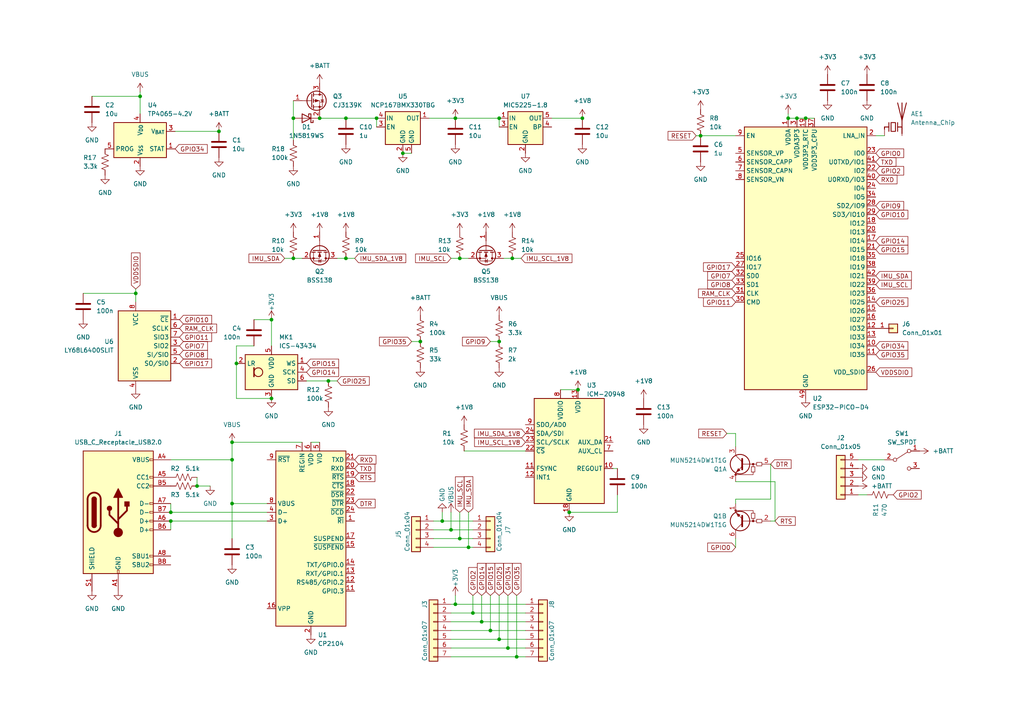
<source format=kicad_sch>
(kicad_sch (version 20230121) (generator eeschema)
  (paper "A4")
  (junction (at 63.5 38.1))
  (junction (at 67.31 128.27))
  (junction (at 167.64 113.03))
  (junction (at 165.1 148.59))
  (junction (at 144.78 99.06))
  (junction (at 100.33 74.93))
  (junction (at 148.59 74.93))
  (junction (at 132.08 175.26))
  (junction (at 92.71 34.29))
  (junction (at 147.32 187.96))
  (junction (at 67.31 146.05))
  (junction (at 109.22 34.29))
  (junction (at 40.64 27.94))
  (junction (at 128.27 151.13))
  (junction (at 144.78 34.29))
  (junction (at 168.91 34.29))
  (junction (at 231.14 34.29))
  (junction (at 78.74 92.71))
  (junction (at 203.2 39.37))
  (junction (at 130.81 153.67))
  (junction (at 49.53 148.59))
  (junction (at 139.7 180.34))
  (junction (at 132.08 34.29))
  (junction (at 78.74 115.57))
  (junction (at 135.89 158.75))
  (junction (at 49.53 151.13))
  (junction (at 39.37 85.09))
  (junction (at 133.35 74.93))
  (junction (at 116.84 44.45))
  (junction (at 144.78 185.42))
  (junction (at 67.31 133.35))
  (junction (at 233.68 34.29))
  (junction (at 95.25 110.49))
  (junction (at 228.6 34.29))
  (junction (at 137.16 177.8))
  (junction (at 100.33 34.29))
  (junction (at 85.09 74.93))
  (junction (at 149.86 190.5))
  (junction (at 142.24 182.88))
  (junction (at 85.09 34.29))
  (junction (at 68.58 105.41))
  (junction (at 121.92 99.06))
  (junction (at 57.15 140.97))
  (junction (at 133.35 156.21))
  (wire (pts (xy 130.81 190.5) (xy 149.86 190.5)))
  (wire (pts (xy 147.32 187.96) (xy 152.4 187.96)))
  (wire (pts (xy 85.09 74.93) (xy 87.63 74.93)))
  (wire (pts (xy 144.78 172.72) (xy 144.78 185.42)))
  (wire (pts (xy 130.81 185.42) (xy 144.78 185.42)))
  (wire (pts (xy 130.81 74.93) (xy 133.35 74.93)))
  (wire (pts (xy 68.58 105.41) (xy 68.58 115.57)))
  (wire (pts (xy 228.6 33.02) (xy 228.6 34.29)))
  (wire (pts (xy 82.55 74.93) (xy 85.09 74.93)))
  (wire (pts (xy 223.52 144.78) (xy 223.52 134.62)))
  (wire (pts (xy 97.79 74.93) (xy 100.33 74.93)))
  (wire (pts (xy 130.81 182.88) (xy 142.24 182.88)))
  (wire (pts (xy 49.53 133.35) (xy 67.31 133.35)))
  (wire (pts (xy 179.07 135.89) (xy 177.8 135.89)))
  (wire (pts (xy 68.58 115.57) (xy 78.74 115.57)))
  (wire (pts (xy 85.09 29.21) (xy 85.09 34.29)))
  (wire (pts (xy 124.46 34.29) (xy 132.08 34.29)))
  (wire (pts (xy 130.81 177.8) (xy 137.16 177.8)))
  (wire (pts (xy 144.78 34.29) (xy 144.78 36.83)))
  (wire (pts (xy 49.53 151.13) (xy 77.47 151.13)))
  (wire (pts (xy 49.53 148.59) (xy 77.47 148.59)))
  (wire (pts (xy 128.27 151.13) (xy 125.73 151.13)))
  (wire (pts (xy 134.62 130.81) (xy 152.4 130.81)))
  (wire (pts (xy 130.81 175.26) (xy 132.08 175.26)))
  (wire (pts (xy 213.36 125.73) (xy 213.36 129.54)))
  (wire (pts (xy 133.35 156.21) (xy 125.73 156.21)))
  (wire (pts (xy 132.08 172.72) (xy 132.08 175.26)))
  (wire (pts (xy 130.81 153.67) (xy 125.73 153.67)))
  (wire (pts (xy 73.66 92.71) (xy 78.74 92.71)))
  (wire (pts (xy 203.2 39.37) (xy 213.36 39.37)))
  (wire (pts (xy 97.79 110.49) (xy 95.25 110.49)))
  (wire (pts (xy 49.53 151.13) (xy 49.53 153.67)))
  (wire (pts (xy 201.93 39.37) (xy 203.2 39.37)))
  (wire (pts (xy 137.16 172.72) (xy 137.16 177.8)))
  (wire (pts (xy 256.54 39.37) (xy 254 39.37)))
  (wire (pts (xy 67.31 133.35) (xy 67.31 146.05)))
  (wire (pts (xy 39.37 83.82) (xy 39.37 85.09)))
  (wire (pts (xy 116.84 44.45) (xy 119.38 44.45)))
  (wire (pts (xy 92.71 34.29) (xy 100.33 34.29)))
  (wire (pts (xy 228.6 34.29) (xy 231.14 34.29)))
  (wire (pts (xy 40.64 27.94) (xy 40.64 33.02)))
  (wire (pts (xy 144.78 185.42) (xy 152.4 185.42)))
  (wire (pts (xy 40.64 26.67) (xy 40.64 27.94)))
  (wire (pts (xy 67.31 146.05) (xy 77.47 146.05)))
  (wire (pts (xy 87.63 128.27) (xy 67.31 128.27)))
  (wire (pts (xy 137.16 156.21) (xy 133.35 156.21)))
  (wire (pts (xy 100.33 34.29) (xy 109.22 34.29)))
  (wire (pts (xy 49.53 146.05) (xy 49.53 148.59)))
  (wire (pts (xy 130.81 187.96) (xy 147.32 187.96)))
  (wire (pts (xy 224.79 151.13) (xy 223.52 151.13)))
  (wire (pts (xy 85.09 34.29) (xy 85.09 40.64)))
  (wire (pts (xy 139.7 172.72) (xy 139.7 180.34)))
  (wire (pts (xy 231.14 34.29) (xy 233.68 34.29)))
  (wire (pts (xy 133.35 148.59) (xy 133.35 156.21)))
  (wire (pts (xy 132.08 34.29) (xy 144.78 34.29)))
  (wire (pts (xy 149.86 172.72) (xy 149.86 190.5)))
  (wire (pts (xy 90.17 128.27) (xy 92.71 128.27)))
  (wire (pts (xy 210.82 125.73) (xy 213.36 125.73)))
  (wire (pts (xy 119.38 99.06) (xy 121.92 99.06)))
  (wire (pts (xy 148.59 74.93) (xy 151.13 74.93)))
  (wire (pts (xy 162.56 113.03) (xy 167.64 113.03)))
  (wire (pts (xy 251.46 143.51) (xy 248.92 143.51)))
  (wire (pts (xy 133.35 74.93) (xy 135.89 74.93)))
  (wire (pts (xy 26.67 27.94) (xy 40.64 27.94)))
  (wire (pts (xy 165.1 148.59) (xy 179.07 148.59)))
  (wire (pts (xy 213.36 158.75) (xy 213.36 156.21)))
  (wire (pts (xy 213.36 146.05) (xy 213.36 144.78)))
  (wire (pts (xy 146.05 74.93) (xy 148.59 74.93)))
  (wire (pts (xy 135.89 148.59) (xy 135.89 158.75)))
  (wire (pts (xy 142.24 182.88) (xy 152.4 182.88)))
  (wire (pts (xy 160.02 34.29) (xy 168.91 34.29)))
  (wire (pts (xy 67.31 128.27) (xy 67.31 133.35)))
  (wire (pts (xy 224.79 139.7) (xy 224.79 151.13)))
  (wire (pts (xy 57.15 138.43) (xy 57.15 140.97)))
  (wire (pts (xy 149.86 190.5) (xy 152.4 190.5)))
  (wire (pts (xy 128.27 148.59) (xy 128.27 151.13)))
  (wire (pts (xy 135.89 158.75) (xy 137.16 158.75)))
  (wire (pts (xy 24.13 85.09) (xy 39.37 85.09)))
  (wire (pts (xy 130.81 180.34) (xy 139.7 180.34)))
  (wire (pts (xy 125.73 158.75) (xy 135.89 158.75)))
  (wire (pts (xy 213.36 144.78) (xy 223.52 144.78)))
  (wire (pts (xy 68.58 100.33) (xy 68.58 105.41)))
  (wire (pts (xy 57.15 140.97) (xy 60.96 140.97)))
  (wire (pts (xy 73.66 100.33) (xy 68.58 100.33)))
  (wire (pts (xy 130.81 148.59) (xy 130.81 153.67)))
  (wire (pts (xy 213.36 139.7) (xy 224.79 139.7)))
  (wire (pts (xy 63.5 38.1) (xy 50.8 38.1)))
  (wire (pts (xy 142.24 99.06) (xy 144.78 99.06)))
  (wire (pts (xy 142.24 172.72) (xy 142.24 182.88)))
  (wire (pts (xy 132.08 175.26) (xy 152.4 175.26)))
  (wire (pts (xy 147.32 172.72) (xy 147.32 187.96)))
  (wire (pts (xy 137.16 151.13) (xy 128.27 151.13)))
  (wire (pts (xy 67.31 146.05) (xy 67.31 156.21)))
  (wire (pts (xy 233.68 34.29) (xy 236.22 34.29)))
  (wire (pts (xy 256.54 133.35) (xy 248.92 133.35)))
  (wire (pts (xy 95.25 110.49) (xy 88.9 110.49)))
  (wire (pts (xy 78.74 92.71) (xy 78.74 100.33)))
  (wire (pts (xy 137.16 153.67) (xy 130.81 153.67)))
  (wire (pts (xy 109.22 34.29) (xy 109.22 36.83)))
  (wire (pts (xy 102.87 74.93) (xy 100.33 74.93)))
  (wire (pts (xy 179.07 143.51) (xy 179.07 148.59)))
  (wire (pts (xy 137.16 177.8) (xy 152.4 177.8)))
  (wire (pts (xy 139.7 180.34) (xy 152.4 180.34)))
  (wire (pts (xy 39.37 85.09) (xy 39.37 87.63)))
  (global_label "GPIO0" (shape input) (at 213.36 158.75 180) (property "Intersheetrefs" "${INTERSHEET_REFS}" (effects hide)))
  (global_label "RESET" (shape input) (at 201.93 39.37 180) (property "Intersheetrefs" "${INTERSHEET_REFS}" (effects hide)))
  (global_label "IMU_SCL" (shape input) (at 254 82.55 0) (property "Intersheetrefs" "${INTERSHEET_REFS}" (effects hide)))
  (global_label "TXD" (shape input) (at 254 46.99 0) (property "Intersheetrefs" "${INTERSHEET_REFS}" (effects hide)))
  (global_label "GPIO14" (shape input) (at 139.7 172.72 90) (property "Intersheetrefs" "${INTERSHEET_REFS}" (effects hide)))
  (global_label "GPIO17" (shape input) (at 213.36 77.47 180) (property "Intersheetrefs" "${INTERSHEET_REFS}" (effects hide)))
  (global_label "IMU_SCL_1V8" (shape input) (at 152.4 128.27 180) (property "Intersheetrefs" "${INTERSHEET_REFS}" (effects hide)))
  (global_label "GPIO14" (shape input) (at 88.9 107.95 0) (property "Intersheetrefs" "${INTERSHEET_REFS}" (effects hide)))
  (global_label "GPIO7" (shape input) (at 213.36 80.01 180) (property "Intersheetrefs" "${INTERSHEET_REFS}" (effects hide)))
  (global_label "GPIO25" (shape input) (at 97.79 110.49 0) (property "Intersheetrefs" "${INTERSHEET_REFS}" (effects hide)))
  (global_label "IMU_SDA" (shape input) (at 135.89 148.59 90) (property "Intersheetrefs" "${INTERSHEET_REFS}" (effects hide)))
  (global_label "RXD" (shape input) (at 102.87 133.35 0) (property "Intersheetrefs" "${INTERSHEET_REFS}" (effects hide)))
  (global_label "GPIO2" (shape input) (at 259.08 143.51 0) (property "Intersheetrefs" "${INTERSHEET_REFS}" (effects hide)))
  (global_label "GPIO35" (shape input) (at 149.86 172.72 90) (property "Intersheetrefs" "${INTERSHEET_REFS}" (effects hide)))
  (global_label "GPIO34" (shape input) (at 147.32 172.72 90) (property "Intersheetrefs" "${INTERSHEET_REFS}" (effects hide)))
  (global_label "GPIO15" (shape input) (at 254 72.39 0) (property "Intersheetrefs" "${INTERSHEET_REFS}" (effects hide)))
  (global_label "IMU_SDA_1V8" (shape input) (at 102.87 74.93 0) (property "Intersheetrefs" "${INTERSHEET_REFS}" (effects hide)))
  (global_label "GPIO15" (shape input) (at 142.24 172.72 90) (property "Intersheetrefs" "${INTERSHEET_REFS}" (effects hide)))
  (global_label "RTS" (shape input) (at 102.87 138.43 0) (property "Intersheetrefs" "${INTERSHEET_REFS}" (effects hide)))
  (global_label "GPIO8" (shape input) (at 52.07 102.87 0) (property "Intersheetrefs" "${INTERSHEET_REFS}" (effects hide)))
  (global_label "GPIO17" (shape input) (at 52.07 105.41 0) (property "Intersheetrefs" "${INTERSHEET_REFS}" (effects hide)))
  (global_label "GPIO15" (shape input) (at 88.9 105.41 0) (property "Intersheetrefs" "${INTERSHEET_REFS}" (effects hide)))
  (global_label "GPIO2" (shape input) (at 137.16 172.72 90) (property "Intersheetrefs" "${INTERSHEET_REFS}" (effects hide)))
  (global_label "RAM_CLK" (shape input) (at 213.36 85.09 180) (property "Intersheetrefs" "${INTERSHEET_REFS}" (effects hide)))
  (global_label "IMU_SDA" (shape input) (at 82.55 74.93 180) (property "Intersheetrefs" "${INTERSHEET_REFS}" (effects hide)))
  (global_label "GPIO10" (shape input) (at 52.07 92.71 0) (property "Intersheetrefs" "${INTERSHEET_REFS}" (effects hide)))
  (global_label "VDDSDIO" (shape input) (at 254 107.95 0) (property "Intersheetrefs" "${INTERSHEET_REFS}" (effects hide)))
  (global_label "GPIO25" (shape input) (at 144.78 172.72 90) (property "Intersheetrefs" "${INTERSHEET_REFS}" (effects hide)))
  (global_label "RESET" (shape input) (at 210.82 125.73 180) (property "Intersheetrefs" "${INTERSHEET_REFS}" (effects hide)))
  (global_label "GPIO8" (shape input) (at 213.36 82.55 180) (property "Intersheetrefs" "${INTERSHEET_REFS}" (effects hide)))
  (global_label "GPIO0" (shape input) (at 254 44.45 0) (property "Intersheetrefs" "${INTERSHEET_REFS}" (effects hide)))
  (global_label "GPIO11" (shape input) (at 213.36 87.63 180) (property "Intersheetrefs" "${INTERSHEET_REFS}" (effects hide)))
  (global_label "GPIO9" (shape input) (at 254 59.69 0) (property "Intersheetrefs" "${INTERSHEET_REFS}" (effects hide)))
  (global_label "IMU_SDA_1V8" (shape input) (at 152.4 125.73 180) (property "Intersheetrefs" "${INTERSHEET_REFS}" (effects hide)))
  (global_label "GPIO35" (shape input) (at 254 102.87 0) (property "Intersheetrefs" "${INTERSHEET_REFS}" (effects hide)))
  (global_label "IMU_SCL" (shape input) (at 133.35 148.59 90) (property "Intersheetrefs" "${INTERSHEET_REFS}" (effects hide)))
  (global_label "GPIO34" (shape input) (at 254 100.33 0) (property "Intersheetrefs" "${INTERSHEET_REFS}" (effects hide)))
  (global_label "IMU_SDA" (shape input) (at 254 80.01 0) (property "Intersheetrefs" "${INTERSHEET_REFS}" (effects hide)))
  (global_label "IMU_SCL_1V8" (shape input) (at 151.13 74.93 0) (property "Intersheetrefs" "${INTERSHEET_REFS}" (effects hide)))
  (global_label "IMU_SCL" (shape input) (at 130.81 74.93 180) (property "Intersheetrefs" "${INTERSHEET_REFS}" (effects hide)))
  (global_label "GPIO10" (shape input) (at 254 62.23 0) (property "Intersheetrefs" "${INTERSHEET_REFS}" (effects hide)))
  (global_label "GPIO35" (shape input) (at 119.38 99.06 180) (property "Intersheetrefs" "${INTERSHEET_REFS}" (effects hide)))
  (global_label "DTR" (shape input) (at 223.52 134.62 0) (property "Intersheetrefs" "${INTERSHEET_REFS}" (effects hide)))
  (global_label "RXD" (shape input) (at 254 52.07 0) (property "Intersheetrefs" "${INTERSHEET_REFS}" (effects hide)))
  (global_label "DTR" (shape input) (at 102.87 146.05 0) (property "Intersheetrefs" "${INTERSHEET_REFS}" (effects hide)))
  (global_label "TXD" (shape input) (at 102.87 135.89 0) (property "Intersheetrefs" "${INTERSHEET_REFS}" (effects hide)))
  (global_label "GPIO25" (shape input) (at 254 87.63 0) (property "Intersheetrefs" "${INTERSHEET_REFS}" (effects hide)))
  (global_label "RAM_CLK" (shape input) (at 52.07 95.25 0) (property "Intersheetrefs" "${INTERSHEET_REFS}" (effects hide)))
  (global_label "GPIO2" (shape input) (at 254 49.53 0) (property "Intersheetrefs" "${INTERSHEET_REFS}" (effects hide)))
  (global_label "GPIO34" (shape input) (at 50.8 43.18 0) (property "Intersheetrefs" "${INTERSHEET_REFS}" (effects hide)))
  (global_label "GPIO7" (shape input) (at 52.07 100.33 0) (property "Intersheetrefs" "${INTERSHEET_REFS}" (effects hide)))
  (global_label "VDDSDIO" (shape input) (at 39.37 83.82 90) (property "Intersheetrefs" "${INTERSHEET_REFS}" (effects hide)))
  (global_label "GPIO14" (shape input) (at 254 69.85 0) (property "Intersheetrefs" "${INTERSHEET_REFS}" (effects hide)))
  (global_label "GPIO9" (shape input) (at 142.24 99.06 180) (property "Intersheetrefs" "${INTERSHEET_REFS}" (effects hide)))
  (global_label "RTS" (shape input) (at 224.79 151.13 0) (property "Intersheetrefs" "${INTERSHEET_REFS}" (effects hide)))
  (global_label "GPIO11" (shape input) (at 52.07 97.79 0) (property "Intersheetrefs" "${INTERSHEET_REFS}" (effects hide)))
  (symbol (lib_id "Device:R_US") (at 121.92 102.87 0) (unit 1)
    (property "Reference" "R5" (at 124.46 101.6 0) (effects (justify left)))
    (property "Value" "33k" (at 124.46 104.14 0) (effects (justify left)))
    (property "Footprint" "Resistor_SMD:R_0402_1005Metric" (effects hide))
  )
  (symbol (lib_id "RF_Module:ESP32-PICO-D4") (at 233.68 74.93 0) (unit 1)
    (property "Reference" "U2" (at 235.6994 115.57 0) (effects (justify left)))
    (property "Value" "ESP32-PICO-D4" (at 235.6994 118.11 0) (effects (justify left)))
    (property "Footprint" "Package_DFN_QFN:QFN-48-1EP_7x7mm_P0.5mm_EP5.3x5.3mm" (effects hide))
    (property "Datasheet" "https://www.espressif.com/sites/default/files/documentation/esp32-pico-d4_datasheet_en.pdf" (effects hide))
  )
  (symbol (lib_id "power:+1V8") (at 140.97 67.31 0) (unit 1)
    (property "Reference" "#PWR025" (effects hide))
    (property "Value" "+1V8" (at 140.97 62.23 0))
  )
  (symbol (lib_id "power:+BATT") (at 121.92 91.44 0) (unit 1)
    (property "Reference" "#PWR014" (effects hide))
    (property "Value" "+BATT" (at 121.92 86.36 0))
  )
  (symbol (lib_id "Device:R_US") (at 203.2 35.56 0) (unit 1)
    (property "Reference" "R8" (at 205.74 34.29 0) (effects (justify left)))
    (property "Value" "10k" (at 205.74 36.83 0) (effects (justify left)))
    (property "Footprint" "Resistor_SMD:R_0402_1005Metric" (effects hide))
  )
  (symbol (lib_id "Device:C") (at 26.67 31.75 0) (unit 1)
    (property "Reference" "C2" (at 30.48 30.48 0) (effects (justify left)))
    (property "Value" "10u" (at 30.48 33.02 0) (effects (justify left)))
    (property "Footprint" "Capacitor_SMD:C_0402_1005Metric" (effects hide))
  )
  (symbol (lib_id "power:GND") (at 233.68 115.57 0) (unit 1)
    (property "Reference" "#PWR031" (effects hide))
    (property "Value" "GND" (at 233.68 120.65 0))
  )
  (symbol (lib_id "power:+BATT") (at 63.5 38.1 0) (unit 1)
    (property "Reference" "#PWR04" (effects hide))
    (property "Value" "+BATT" (at 63.5 33.02 0))
  )
  (symbol (lib_id "power:+3V3") (at 78.74 92.71 0) (unit 1)
    (property "Reference" "#PWR029" (effects hide))
    (property "Value" "+3V3" (at 78.74 87.63 90))
  )
  (symbol (lib_id "Transistor_FET:BSS138") (at 140.97 72.39 270) (unit 1)
    (property "Reference" "Q5" (at 140.97 78.74 90))
    (property "Value" "BSS138" (at 140.97 81.28 90))
    (property "Footprint" "Package_TO_SOT_SMD:SOT-23" (effects hide))
    (property "Datasheet" "https://www.onsemi.com/pub/Collateral/BSS138-D.PDF" (effects hide))
  )
  (symbol (lib_id "power:+3V3") (at 132.08 172.72 0) (unit 1)
    (property "Reference" "#PWR057" (effects hide))
    (property "Value" "+3V3" (at 132.08 167.64 90))
  )
  (symbol (lib_id "power:GND") (at 39.37 113.03 0) (unit 1)
    (property "Reference" "#PWR017" (effects hide))
    (property "Value" "GND" (at 39.37 118.11 0))
  )
  (symbol (lib_id "Connector:USB_C_Receptacle_USB2.0") (at 34.29 148.59 0) (unit 1)
    (property "Reference" "J1" (at 34.29 125.73 0))
    (property "Value" "USB_C_Receptacle_USB2.0" (at 34.29 128.27 0))
    (property "Footprint" "Connector_USB:USB_C_Receptacle_Palconn_UTC16-G" (effects hide))
    (property "Datasheet" "https://www.usb.org/sites/default/files/documents/usb_type-c.zip" (effects hide))
  )
  (symbol (lib_id "power:GND") (at 240.03 29.21 0) (unit 1)
    (property "Reference" "#PWR036" (effects hide))
    (property "Value" "GND" (at 240.03 34.29 0))
  )
  (symbol (lib_id "Transistor_FET:BSS138") (at 92.71 72.39 270) (unit 1)
    (property "Reference" "Q2" (at 92.71 78.74 90))
    (property "Value" "BSS138" (at 92.71 81.28 90))
    (property "Footprint" "Package_TO_SOT_SMD:SOT-23" (effects hide))
    (property "Datasheet" "https://www.onsemi.com/pub/Collateral/BSS138-D.PDF" (effects hide))
  )
  (symbol (lib_id "power:+1V8") (at 134.62 123.19 0) (unit 1)
    (property "Reference" "#PWR040" (effects hide))
    (property "Value" "+1V8" (at 134.62 118.11 0))
  )
  (symbol (lib_id "power:GND") (at 67.31 163.83 0) (unit 1)
    (property "Reference" "#PWR01" (effects hide))
    (property "Value" "GND" (at 67.31 168.91 0))
  )
  (symbol (lib_id "power:GND") (at 85.09 48.26 0) (unit 1)
    (property "Reference" "#PWR048" (effects hide))
    (property "Value" "GND" (at 85.09 53.34 0))
  )
  (symbol (lib_id "power:+BATT") (at 266.7 130.81 270) (unit 1)
    (property "Reference" "#PWR027" (effects hide))
    (property "Value" "+BATT" (at 270.51 130.81 90) (effects (justify left)))
  )
  (symbol (lib_id "power:+3V3") (at 251.46 21.59 0) (unit 1)
    (property "Reference" "#PWR035" (effects hide))
    (property "Value" "+3V3" (at 251.46 16.51 0))
  )
  (symbol (lib_id "Sensor_Audio:ICS-43434") (at 78.74 107.95 0) (unit 1)
    (property "Reference" "MK1" (at 80.9341 97.79 0) (effects (justify left)))
    (property "Value" "ICS-43434" (at 80.9341 100.33 0) (effects (justify left)))
    (property "Footprint" "Sensor_Audio:InvenSense_ICS-43434-6_3.5x2.65mm" (effects hide))
    (property "Datasheet" "https://www.invensense.com/wp-content/uploads/2016/02/DS-000069-ICS-43434-v1.2.pdf" (effects hide))
  )
  (symbol (lib_id "power:GND") (at 203.2 46.99 0) (unit 1)
    (property "Reference" "#PWR033" (effects hide))
    (property "Value" "GND" (at 203.2 52.07 0))
  )
  (symbol (lib_id "Transistor_FET:AO3401A") (at 90.17 29.21 0) (unit 1)
    (property "Reference" "Q3" (at 96.52 27.94 0) (effects (justify left)))
    (property "Value" "CJ3139K" (at 96.52 30.48 0) (effects (justify left)))
    (property "Footprint" "Package_TO_SOT_SMD:SOT-723" (effects hide))
    (property "Datasheet" "http://www.aosmd.com/pdfs/datasheet/AO3401A.pdf" (effects hide))
  )
  (symbol (lib_id "Device:R_US") (at 134.62 127 0) (unit 1)
    (property "Reference" "R1" (at 128.27 125.73 0) (effects (justify left)))
    (property "Value" "10k" (at 128.27 128.27 0) (effects (justify left)))
    (property "Footprint" "Resistor_SMD:R_0402_1005Metric" (effects hide))
  )
  (symbol (lib_id "Connector_Generic:Conn_01x07") (at 157.48 182.88 0) (unit 1)
    (property "Reference" "J8" (at 160.02 176.53 90) (effects (justify left)))
    (property "Value" "Conn_01x07" (at 160.02 191.77 90) (effects (justify left)))
    (property "Footprint" "Connector_PinHeader_2.54mm:PinHeader_1x07_P2.54mm_Vertical" (effects hide))
  )
  (symbol (lib_id "Transistor_BJT:MUN5211DW1") (at 214.63 134.62 0) (mirror y) (unit 1)
    (property "Reference" "Q1" (at 210.82 136.0678 0) (effects (justify left)))
    (property "Value" "MUN5214DW1T1G" (at 210.82 133.5278 0) (effects (justify left)))
    (property "Footprint" "Package_TO_SOT_SMD:SOT-363_SC-70-6" (effects hide))
    (property "Datasheet" "http://www.onsemi.com/pub/Collateral/DTC114ED-D.PDF" (effects hide))
  )
  (symbol (lib_id "power:GND") (at 34.29 171.45 0) (unit 1)
    (property "Reference" "#PWR06" (effects hide))
    (property "Value" "GND" (at 34.29 176.53 0))
  )
  (symbol (lib_id "power:GND") (at 63.5 45.72 0) (unit 1)
    (property "Reference" "#PWR044" (effects hide))
    (property "Value" "GND" (at 63.5 50.8 0))
  )
  (symbol (lib_id "Device:R_US") (at 85.09 44.45 180) (unit 1)
    (property "Reference" "R18" (at 78.74 43.18 0) (effects (justify right)))
    (property "Value" "100k" (at 78.74 45.72 0) (effects (justify right)))
    (property "Footprint" "Resistor_SMD:R_0402_1005Metric" (effects hide))
  )
  (symbol (lib_id "power:GND") (at 90.17 184.15 0) (unit 1)
    (property "Reference" "#PWR09" (effects hide))
    (property "Value" "GND" (at 90.17 189.23 0))
  )
  (symbol (lib_id "power:GND") (at 116.84 44.45 0) (unit 1)
    (property "Reference" "#PWR042" (effects hide))
    (property "Value" "GND" (at 116.84 49.53 0))
  )
  (symbol (lib_id "power:VBUS") (at 67.31 128.27 0) (unit 1)
    (property "Reference" "#PWR05" (effects hide))
    (property "Value" "VBUS" (at 67.31 123.19 0))
  )
  (symbol (lib_id "Connector_Generic:Conn_01x05") (at 243.84 138.43 180) (unit 1)
    (property "Reference" "J2" (at 243.84 127 0))
    (property "Value" "Conn_01x05" (at 243.84 129.54 0))
    (property "Footprint" "Connector_PinHeader_2.54mm:PinHeader_1x05_P2.54mm_Vertical" (effects hide))
  )
  (symbol (lib_id "Device:C") (at 67.31 160.02 0) (unit 1)
    (property "Reference" "C3" (at 71.12 158.75 0) (effects (justify left)))
    (property "Value" "100n" (at 71.12 161.29 0) (effects (justify left)))
    (property "Footprint" "Capacitor_SMD:C_0402_1005Metric" (effects hide))
  )
  (symbol (lib_id "power:VBUS") (at 144.78 91.44 0) (unit 1)
    (property "Reference" "#PWR013" (effects hide))
    (property "Value" "VBUS" (at 144.78 86.36 0))
  )
  (symbol (lib_id "power:GND") (at 251.46 29.21 0) (unit 1)
    (property "Reference" "#PWR037" (effects hide))
    (property "Value" "GND" (at 251.46 34.29 0))
  )
  (symbol (lib_id "power:+BATT") (at 248.92 140.97 270) (unit 1)
    (property "Reference" "#PWR022" (effects hide))
    (property "Value" "+BATT" (at 252.73 140.97 90) (effects (justify left)))
  )
  (symbol (lib_id "Diode:1N5819WS") (at 88.9 34.29 180) (unit 1)
    (property "Reference" "D1" (at 88.9 36.83 0))
    (property "Value" "1N5819WS" (at 88.9 39.37 0))
    (property "Footprint" "Diode_SMD:D_SOD-323" (effects hide))
    (property "Datasheet" "https://datasheet.lcsc.com/lcsc/2204281430_Guangdong-Hottech-1N5819WS_C191023.pdf" (effects hide))
  )
  (symbol (lib_id "Battery_Management:MCP73831-2-OT") (at 40.64 40.64 0) (unit 1)
    (property "Reference" "U4" (at 42.8341 30.48 0) (effects (justify left)))
    (property "Value" "TP4065-4.2V" (at 42.8341 33.02 0) (effects (justify left)))
    (property "Footprint" "Package_TO_SOT_SMD:SOT-23-5" (effects hide))
    (property "Datasheet" "http://ww1.microchip.com/downloads/en/DeviceDoc/20001984g.pdf" (effects hide))
  )
  (symbol (lib_id "Device:R_US") (at 133.35 71.12 0) (unit 1)
    (property "Reference" "R13" (at 127 69.85 0) (effects (justify left)))
    (property "Value" "10k" (at 127 72.39 0) (effects (justify left)))
    (property "Footprint" "Resistor_SMD:R_0402_1005Metric" (effects hide))
  )
  (symbol (lib_id "power:GND") (at 60.96 140.97 0) (unit 1)
    (property "Reference" "#PWR08" (effects hide))
    (property "Value" "GND" (at 60.96 146.05 0))
  )
  (symbol (lib_id "Device:R_US") (at 85.09 71.12 0) (unit 1)
    (property "Reference" "R10" (at 78.74 69.85 0) (effects (justify left)))
    (property "Value" "10k" (at 78.74 72.39 0) (effects (justify left)))
    (property "Footprint" "Resistor_SMD:R_0402_1005Metric" (effects hide))
  )
  (symbol (lib_id "Device:C") (at 186.69 119.38 0) (unit 1)
    (property "Reference" "C13" (at 190.5 118.11 0) (effects (justify left)))
    (property "Value" "100n" (at 190.5 120.65 0) (effects (justify left)))
    (property "Footprint" "Capacitor_SMD:C_0402_1005Metric" (effects hide))
  )
  (symbol (lib_id "power:+BATT") (at 92.71 24.13 0) (unit 1)
    (property "Reference" "#PWR049" (effects hide))
    (property "Value" "+BATT" (at 92.71 19.05 0))
  )
  (symbol (lib_id "Device:C") (at 251.46 25.4 0) (unit 1)
    (property "Reference" "C8" (at 255.27 24.13 0) (effects (justify left)))
    (property "Value" "100n" (at 255.27 26.67 0) (effects (justify left)))
    (property "Footprint" "Capacitor_SMD:C_0402_1005Metric" (effects hide))
  )
  (symbol (lib_id "Connector_Generic:Conn_01x04") (at 120.65 153.67 0) (mirror y) (unit 1)
    (property "Reference" "J5" (at 115.57 156.21 90) (effects (justify left)))
    (property "Value" "Conn_01x04" (at 118.11 160.02 90) (effects (justify left)))
    (property "Footprint" "Connector_PinHeader_2.54mm:PinHeader_1x04_P2.54mm_Vertical" (effects hide))
  )
  (symbol (lib_id "power:+3V3") (at 203.2 31.75 0) (unit 1)
    (property "Reference" "#PWR015" (effects hide))
    (property "Value" "+3V3" (at 203.2 26.67 0))
  )
  (symbol (lib_id "Device:R_US") (at 148.59 71.12 0) (unit 1)
    (property "Reference" "R14" (at 151.13 69.85 0) (effects (justify left)))
    (property "Value" "10k" (at 151.13 72.39 0) (effects (justify left)))
    (property "Footprint" "Resistor_SMD:R_0402_1005Metric" (effects hide))
  )
  (symbol (lib_id "Device:C") (at 240.03 25.4 0) (unit 1)
    (property "Reference" "C7" (at 243.84 24.13 0) (effects (justify left)))
    (property "Value" "100n" (at 243.84 26.67 0) (effects (justify left)))
    (property "Footprint" "Capacitor_SMD:C_0402_1005Metric" (effects hide))
  )
  (symbol (lib_id "power:+1V8") (at 167.64 113.03 0) (unit 1)
    (property "Reference" "#PWR038" (effects hide))
    (property "Value" "+1V8" (at 167.64 107.95 0))
  )
  (symbol (lib_id "Connector_Generic:Conn_01x07") (at 125.73 182.88 0) (mirror y) (unit 1)
    (property "Reference" "J3" (at 123.19 176.53 90) (effects (justify left)))
    (property "Value" "Conn_01x07" (at 123.19 191.77 90) (effects (justify left)))
    (property "Footprint" "Connector_PinHeader_2.54mm:PinHeader_1x07_P2.54mm_Vertical" (effects hide))
  )
  (symbol (lib_id "Connector_Generic:Conn_01x04") (at 142.24 153.67 0) (unit 1)
    (property "Reference" "J7" (at 147.32 154.94 90) (effects (justify left)))
    (property "Value" "Conn_01x04" (at 144.78 160.02 90) (effects (justify left)))
    (property "Footprint" "Connector_PinHeader_2.54mm:PinHeader_1x04_P2.54mm_Vertical" (effects hide))
  )
  (symbol (lib_id "power:GND") (at 165.1 148.59 0) (unit 1)
    (property "Reference" "#PWR039" (effects hide))
    (property "Value" "GND" (at 165.1 153.67 0))
  )
  (symbol (lib_id "Device:C") (at 24.13 88.9 0) (unit 1)
    (property "Reference" "C5" (at 27.94 87.63 0) (effects (justify left)))
    (property "Value" "100n" (at 27.94 90.17 0) (effects (justify left)))
    (property "Footprint" "Capacitor_SMD:C_0402_1005Metric" (effects hide))
  )
  (symbol (lib_id "Device:C") (at 168.91 38.1 0) (unit 1)
    (property "Reference" "C12" (at 172.72 36.83 0) (effects (justify left)))
    (property "Value" "10u" (at 172.72 39.37 0) (effects (justify left)))
    (property "Footprint" "Capacitor_SMD:C_0402_1005Metric" (effects hide))
  )
  (symbol (lib_id "Memory_RAM:ESP-PSRAM32") (at 41.91 100.33 0) (unit 1)
    (property "Reference" "U6" (at 33.02 99.06 0) (effects (justify right)))
    (property "Value" "LY68L6400SLIT" (at 33.02 101.6 0) (effects (justify right)))
    (property "Footprint" "Package_SO:SOIC-8_3.9x4.9mm_P1.27mm" (effects hide))
    (property "Datasheet" "https://www.espressif.com/sites/default/files/documentation/esp-psram32_datasheet_en.pdf" (effects hide))
  )
  (symbol (lib_id "Device:R_US") (at 100.33 71.12 0) (unit 1)
    (property "Reference" "R9" (at 102.87 69.85 0) (effects (justify left)))
    (property "Value" "10k" (at 102.87 72.39 0) (effects (justify left)))
    (property "Footprint" "Resistor_SMD:R_0402_1005Metric" (effects hide))
  )
  (symbol (lib_id "Device:C") (at 132.08 38.1 0) (unit 1)
    (property "Reference" "C11" (at 135.89 36.83 0) (effects (justify left)))
    (property "Value" "10u" (at 135.89 39.37 0) (effects (justify left)))
    (property "Footprint" "Capacitor_SMD:C_0402_1005Metric" (effects hide))
  )
  (symbol (lib_id "power:GND") (at 100.33 41.91 0) (unit 1)
    (property "Reference" "#PWR050" (effects hide))
    (property "Value" "GND" (at 100.33 46.99 0))
  )
  (symbol (lib_id "power:GND") (at 248.92 138.43 90) (unit 1)
    (property "Reference" "#PWR056" (effects hide))
    (property "Value" "GND" (at 252.73 138.43 90) (effects (justify right)))
  )
  (symbol (lib_id "power:+3V3") (at 240.03 21.59 0) (unit 1)
    (property "Reference" "#PWR034" (effects hide))
    (property "Value" "+3V3" (at 240.03 16.51 0))
  )
  (symbol (lib_id "Device:R_US") (at 53.34 138.43 90) (unit 1)
    (property "Reference" "R2" (at 50.8 135.89 90))
    (property "Value" "5.1k" (at 55.88 135.89 90))
    (property "Footprint" "Resistor_SMD:R_0402_1005Metric" (effects hide))
  )
  (symbol (lib_id "Device:C") (at 73.66 96.52 0) (unit 1)
    (property "Reference" "C4" (at 67.31 95.25 0) (effects (justify left)))
    (property "Value" "100n" (at 64.77 97.79 0) (effects (justify left)))
    (property "Footprint" "Capacitor_SMD:C_0402_1005Metric" (effects hide))
  )
  (symbol (lib_id "Switch:SW_SPDT") (at 261.62 133.35 0) (unit 1)
    (property "Reference" "SW1" (at 261.62 125.73 0))
    (property "Value" "SW_SPDT" (at 261.62 128.27 0))
    (property "Footprint" "Button_Switch_THT:SW_CuK_OS102011MA1QN1_SPDT_Angled" (effects hide))
  )
  (symbol (lib_id "power:GND") (at 40.64 48.26 0) (unit 1)
    (property "Reference" "#PWR043" (effects hide))
    (property "Value" "GND" (at 40.64 53.34 0))
  )
  (symbol (lib_id "Device:R_US") (at 255.27 143.51 90) (unit 1)
    (property "Reference" "R11" (at 254 149.86 0) (effects (justify left)))
    (property "Value" "470" (at 256.54 149.86 0) (effects (justify left)))
    (property "Footprint" "Resistor_SMD:R_0402_1005Metric" (effects hide))
  )
  (symbol (lib_id "power:+1V8") (at 186.69 115.57 0) (unit 1)
    (property "Reference" "#PWR053" (effects hide))
    (property "Value" "+1V8" (at 186.69 110.49 0))
  )
  (symbol (lib_id "power:+3V3") (at 85.09 67.31 0) (unit 1)
    (property "Reference" "#PWR019" (effects hide))
    (property "Value" "+3V3" (at 85.09 62.23 0))
  )
  (symbol (lib_id "Device:C") (at 100.33 38.1 0) (unit 1)
    (property "Reference" "C10" (at 104.14 36.83 0) (effects (justify left)))
    (property "Value" "1u" (at 104.14 39.37 0) (effects (justify left)))
    (property "Footprint" "Capacitor_SMD:C_0402_1005Metric" (effects hide))
  )
  (symbol (lib_id "power:GND") (at 26.67 35.56 0) (unit 1)
    (property "Reference" "#PWR047" (effects hide))
    (property "Value" "GND" (at 26.67 40.64 0))
  )
  (symbol (lib_id "Device:R_US") (at 30.48 46.99 180) (unit 1)
    (property "Reference" "R17" (at 24.13 45.72 0) (effects (justify right)))
    (property "Value" "3.3k" (at 24.13 48.26 0) (effects (justify right)))
    (property "Footprint" "Resistor_SMD:R_0402_1005Metric" (effects hide))
  )
  (symbol (lib_id "power:+1V8") (at 100.33 67.31 0) (unit 1)
    (property "Reference" "#PWR024" (effects hide))
    (property "Value" "+1V8" (at 100.33 62.23 0))
  )
  (symbol (lib_id "Device:R_US") (at 144.78 102.87 0) (unit 1)
    (property "Reference" "R7" (at 147.32 101.6 0) (effects (justify left)))
    (property "Value" "2k" (at 147.32 104.14 0) (effects (justify left)))
    (property "Footprint" "Resistor_SMD:R_0402_1005Metric" (effects hide))
  )
  (symbol (lib_id "power:+3V3") (at 133.35 67.31 0) (unit 1)
    (property "Reference" "#PWR020" (effects hide))
    (property "Value" "+3V3" (at 133.35 62.23 0))
  )
  (symbol (lib_id "power:+3V3") (at 228.6 33.02 0) (unit 1)
    (property "Reference" "#PWR032" (effects hide))
    (property "Value" "+3V3" (at 228.6 27.94 0))
  )
  (symbol (lib_id "power:+1V8") (at 92.71 67.31 0) (unit 1)
    (property "Reference" "#PWR023" (effects hide))
    (property "Value" "+1V8" (at 92.71 62.23 0))
  )
  (symbol (lib_id "Interface_USB:CP2104") (at 90.17 156.21 0) (unit 1)
    (property "Reference" "U1" (at 92.1894 184.15 0) (effects (justify left)))
    (property "Value" "CP2104" (at 92.1894 186.69 0) (effects (justify left)))
    (property "Footprint" "Package_DFN_QFN:QFN-24-1EP_4x4mm_P0.5mm_EP2.6x2.6mm" (effects hide))
    (property "Datasheet" "https://www.silabs.com/documents/public/data-sheets/cp2104.pdf" (effects hide))
  )
  (symbol (lib_id "Transistor_BJT:MUN5211DW1") (at 214.63 151.13 180) (unit 2)
    (property "Reference" "Q1" (at 210.82 149.6822 0) (effects (justify left)))
    (property "Value" "MUN5214DW1T1G" (at 210.82 152.2222 0) (effects (justify left)))
    (property "Footprint" "Package_TO_SOT_SMD:SOT-363_SC-70-6" (effects hide))
    (property "Datasheet" "http://www.onsemi.com/pub/Collateral/DTC114ED-D.PDF" (effects hide))
  )
  (symbol (lib_id "Device:C") (at 203.2 43.18 0) (unit 1)
    (property "Reference" "C6" (at 207.01 41.91 0) (effects (justify left)))
    (property "Value" "1u" (at 207.01 44.45 0) (effects (justify left)))
    (property "Footprint" "Capacitor_SMD:C_0402_1005Metric" (effects hide))
  )
  (symbol (lib_name "MIC5205-2.5YM5_1") (lib_id "Regulator_Linear:MIC5205-2.5YM5") (at 116.84 36.83 0) (unit 1)
    (property "Reference" "U5" (at 116.84 27.94 0))
    (property "Value" "NCP167BMX330TBG" (at 116.84 30.48 0))
    (property "Footprint" "Package_DFN_QFN:OnSemi_XDFN4-1EP_1.0x1.0mm_EP0.52x0.52mm" (effects hide))
    (property "Datasheet" "http://ww1.microchip.com/downloads/en/DeviceDoc/20005785A.pdf" (effects hide))
  )
  (symbol (lib_id "power:GND") (at 168.91 41.91 0) (unit 1)
    (property "Reference" "#PWR052" (effects hide))
    (property "Value" "GND" (at 168.91 46.99 0))
  )
  (symbol (lib_id "power:+3V3") (at 132.08 34.29 0) (unit 1)
    (property "Reference" "#PWR02" (effects hide))
    (property "Value" "+3V3" (at 132.08 29.21 0))
  )
  (symbol (lib_id "power:GND") (at 26.67 171.45 0) (unit 1)
    (property "Reference" "#PWR07" (effects hide))
    (property "Value" "GND" (at 26.67 176.53 0))
  )
  (symbol (lib_id "Connector_Generic:Conn_01x01") (at 259.08 95.25 0) (unit 1)
    (property "Reference" "J6" (at 261.62 93.98 0) (effects (justify left)))
    (property "Value" "Conn_01x01" (at 261.62 96.52 0) (effects (justify left)))
    (property "Footprint" "Connector_Wire:SolderWire-0.25sqmm_1x01_D0.65mm_OD1.7mm" (effects hide))
  )
  (symbol (lib_id "power:VBUS") (at 130.81 148.59 0) (unit 1)
    (property "Reference" "#PWR021" (effects hide))
    (property "Value" "VBUS" (at 130.81 143.51 90))
  )
  (symbol (lib_id "Regulator_Linear:MIC5205-2.5YM5") (at 152.4 36.83 0) (unit 1)
    (property "Reference" "U7" (at 152.4 27.94 0))
    (property "Value" "MIC5225-1.8" (at 152.4 30.48 0))
    (property "Footprint" "Package_TO_SOT_SMD:SOT-23-5" (effects hide))
    (property "Datasheet" "http://ww1.microchip.com/downloads/en/DeviceDoc/20005785A.pdf" (effects hide))
  )
  (symbol (lib_id "Device:R_US") (at 121.92 95.25 0) (unit 1)
    (property "Reference" "R4" (at 124.46 93.98 0) (effects (justify left)))
    (property "Value" "100k" (at 124.46 96.52 0) (effects (justify left)))
    (property "Footprint" "Resistor_SMD:R_0402_1005Metric" (effects hide))
  )
  (symbol (lib_id "power:+1V8") (at 168.91 34.29 0) (unit 1)
    (property "Reference" "#PWR03" (effects hide))
    (property "Value" "+1V8" (at 168.91 29.21 0))
  )
  (symbol (lib_id "power:GND") (at 248.92 135.89 90) (unit 1)
    (property "Reference" "#PWR028" (effects hide))
    (property "Value" "GND" (at 252.73 135.89 90) (effects (justify right)))
  )
  (symbol (lib_id "Device:Antenna_Chip") (at 259.08 36.83 0) (unit 1)
    (property "Reference" "AE1" (at 264.16 33.02 0) (effects (justify left)))
    (property "Value" "Antenna_Chip" (at 264.16 35.56 0) (effects (justify left)))
    (property "Footprint" "Capacitor_SMD:C_1206_3216Metric" (effects hide))
  )
  (symbol (lib_id "power:GND") (at 128.27 148.59 180) (unit 1)
    (property "Reference" "#PWR016" (effects hide))
    (property "Value" "GND" (at 128.27 143.51 90))
  )
  (symbol (lib_id "power:GND") (at 95.25 118.11 0) (unit 1)
    (property "Reference" "#PWR055" (effects hide))
    (property "Value" "GND" (at 95.25 123.19 0))
  )
  (symbol (lib_id "power:+1V8") (at 148.59 67.31 0) (unit 1)
    (property "Reference" "#PWR026" (effects hide))
    (property "Value" "+1V8" (at 148.59 62.23 0))
  )
  (symbol (lib_id "Device:R_US") (at 144.78 95.25 0) (unit 1)
    (property "Reference" "R6" (at 147.32 93.98 0) (effects (justify left)))
    (property "Value" "3.3k" (at 147.32 96.52 0) (effects (justify left)))
    (property "Footprint" "Resistor_SMD:R_0402_1005Metric" (effects hide))
  )
  (symbol (lib_id "power:GND") (at 78.74 115.57 0) (unit 1)
    (property "Reference" "#PWR030" (effects hide))
    (property "Value" "GND" (at 78.74 120.65 0))
  )
  (symbol (lib_id "Device:C") (at 179.07 139.7 0) (unit 1)
    (property "Reference" "C9" (at 182.88 138.43 0) (effects (justify left)))
    (property "Value" "100n" (at 182.88 140.97 0) (effects (justify left)))
    (property "Footprint" "Capacitor_SMD:C_0402_1005Metric" (effects hide))
  )
  (symbol (lib_id "power:GND") (at 121.92 106.68 0) (unit 1)
    (property "Reference" "#PWR011" (effects hide))
    (property "Value" "GND" (at 121.92 111.76 0))
  )
  (symbol (lib_id "Device:C") (at 63.5 41.91 0) (unit 1)
    (property "Reference" "C1" (at 67.31 40.64 0) (effects (justify left)))
    (property "Value" "10u" (at 67.31 43.18 0) (effects (justify left)))
    (property "Footprint" "Capacitor_SMD:C_0402_1005Metric" (effects hide))
  )
  (symbol (lib_id "power:GND") (at 132.08 41.91 0) (unit 1)
    (property "Reference" "#PWR051" (effects hide))
    (property "Value" "GND" (at 132.08 46.99 0))
  )
  (symbol (lib_id "power:GND") (at 144.78 106.68 0) (unit 1)
    (property "Reference" "#PWR012" (effects hide))
    (property "Value" "GND" (at 144.78 111.76 0))
  )
  (symbol (lib_id "power:GND") (at 152.4 44.45 0) (unit 1)
    (property "Reference" "#PWR041" (effects hide))
    (property "Value" "GND" (at 152.4 49.53 0))
  )
  (symbol (lib_id "power:GND") (at 24.13 92.71 0) (unit 1)
    (property "Reference" "#PWR018" (effects hide))
    (property "Value" "GND" (at 24.13 97.79 0))
  )
  (symbol (lib_id "power:GND") (at 186.69 123.19 0) (unit 1)
    (property "Reference" "#PWR054" (effects hide))
    (property "Value" "GND" (at 186.69 128.27 0))
  )
  (symbol (lib_id "Sensor_Motion:ICM-20948") (at 165.1 130.81 0) (unit 1)
    (property "Reference" "U3" (at 170.18 111.76 0) (effects (justify left)))
    (property "Value" "ICM-20948" (at 170.18 114.3 0) (effects (justify left)))
    (property "Footprint" "Sensor_Motion:InvenSense_QFN-24_3x3mm_P0.4mm" (effects hide))
    (property "Datasheet" "http://www.invensense.com/wp-content/uploads/2016/06/DS-000189-ICM-20948-v1.3.pdf" (effects hide))
  )
  (symbol (lib_id "Device:R_US") (at 95.25 114.3 0) (unit 1)
    (property "Reference" "R12" (at 88.9 113.03 0) (effects (justify left)))
    (property "Value" "100k" (at 88.9 115.57 0) (effects (justify left)))
    (property "Footprint" "Resistor_SMD:R_0402_1005Metric" (effects hide))
  )
  (symbol (lib_id "power:GND") (at 30.48 50.8 0) (unit 1)
    (property "Reference" "#PWR045" (effects hide))
    (property "Value" "GND" (at 30.48 55.88 0))
  )
  (symbol (lib_id "Device:R_US") (at 53.34 140.97 90) (unit 1)
    (property "Reference" "R3" (at 50.8 143.51 90))
    (property "Value" "5.1k" (at 55.88 143.51 90))
    (property "Footprint" "Resistor_SMD:R_0402_1005Metric" (effects hide))
  )
  (symbol (lib_id "power:VBUS") (at 40.64 26.67 0) (unit 1)
    (property "Reference" "#PWR046" (effects hide))
    (property "Value" "VBUS" (at 40.64 21.59 0))
  )
)
</source>
